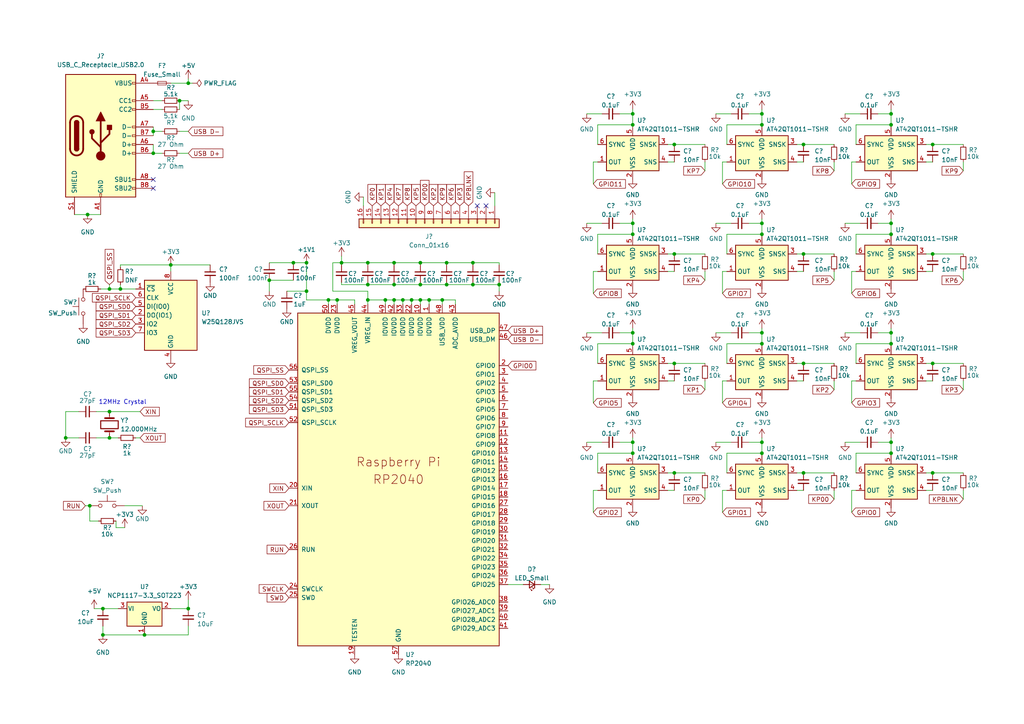
<source format=kicad_sch>
(kicad_sch (version 20230121) (generator eeschema)
  (paper "A4")
  (junction (at 99.06 76.2))
  (junction (at 19.05 127))
  (junction (at 106.68 82.55))
  (junction (at 258.445 99.695))
  (junction (at 233.045 105.41))
  (junction (at 54.61 24.13))
  (junction (at 220.98 96.52))
  (junction (at 31.75 127))
  (junction (at 116.84 86.995))
  (junction (at 258.445 96.52))
  (junction (at 49.53 76.835))
  (junction (at 183.515 36.195))
  (junction (at 114.3 86.995))
  (junction (at 183.515 67.945))
  (junction (at 121.92 82.55))
  (junction (at 31.75 119.38))
  (junction (at 270.51 105.41))
  (junction (at 258.445 131.445))
  (junction (at 44.45 38.1))
  (junction (at 97.79 86.995))
  (junction (at 183.515 33.02))
  (junction (at 29.845 176.53))
  (junction (at 26.035 146.685))
  (junction (at 41.91 184.15))
  (junction (at 220.98 128.27))
  (junction (at 195.58 41.91))
  (junction (at 114.3 76.2))
  (junction (at 111.76 86.995))
  (junction (at 183.515 64.77))
  (junction (at 258.445 33.02))
  (junction (at 129.54 76.2))
  (junction (at 183.515 99.695))
  (junction (at 195.58 105.41))
  (junction (at 270.51 137.16))
  (junction (at 258.445 64.77))
  (junction (at 114.3 82.55))
  (junction (at 137.16 82.55))
  (junction (at 34.925 83.82))
  (junction (at 137.16 76.2))
  (junction (at 220.98 131.445))
  (junction (at 195.58 73.66))
  (junction (at 129.54 82.55))
  (junction (at 270.51 41.91))
  (junction (at 121.92 86.995))
  (junction (at 88.9 84.455))
  (junction (at 220.98 99.695))
  (junction (at 128.27 86.995))
  (junction (at 119.38 86.995))
  (junction (at 25.4 62.23))
  (junction (at 233.045 137.16))
  (junction (at 195.58 137.16))
  (junction (at 121.92 76.2))
  (junction (at 220.98 36.195))
  (junction (at 106.68 76.2))
  (junction (at 52.07 29.21))
  (junction (at 106.68 86.995))
  (junction (at 270.51 73.66))
  (junction (at 233.045 41.91))
  (junction (at 183.515 128.27))
  (junction (at 44.45 44.45))
  (junction (at 183.515 131.445))
  (junction (at 85.09 76.2))
  (junction (at 54.61 176.53))
  (junction (at 29.845 184.15))
  (junction (at 78.105 81.28))
  (junction (at 88.9 76.2))
  (junction (at 258.445 36.195))
  (junction (at 220.98 33.02))
  (junction (at 31.75 83.82))
  (junction (at 220.98 64.77))
  (junction (at 144.78 82.55))
  (junction (at 233.045 73.66))
  (junction (at 124.46 86.995))
  (junction (at 220.98 67.945))
  (junction (at 258.445 67.945))
  (junction (at 183.515 96.52))
  (junction (at 258.445 128.27))
  (junction (at 95.25 86.995))
  (no_connect (at 140.97 59.69))
  (no_connect (at 44.45 52.07))
  (no_connect (at 138.43 59.69))
  (no_connect (at 44.45 54.61))
  (wire (pts (xy 27.305 176.53) (xy 29.845 176.53)))
  (wire (pts (xy 106.68 76.2) (xy 114.3 76.2)))
  (wire (pts (xy 279.4 110.49) (xy 279.4 113.03)))
  (wire (pts (xy 173.355 67.945) (xy 183.515 67.945)))
  (wire (pts (xy 183.515 36.195) (xy 183.515 36.83)))
  (wire (pts (xy 247.015 46.99) (xy 248.285 46.99)))
  (wire (pts (xy 170.18 64.77) (xy 174.625 64.77)))
  (wire (pts (xy 33.655 151.13) (xy 33.655 153.035)))
  (wire (pts (xy 34.925 76.835) (xy 49.53 76.835)))
  (wire (pts (xy 258.445 36.195) (xy 258.445 36.83)))
  (wire (pts (xy 183.515 64.77) (xy 183.515 67.945)))
  (wire (pts (xy 207.645 33.02) (xy 212.09 33.02)))
  (wire (pts (xy 54.61 173.99) (xy 54.61 176.53)))
  (wire (pts (xy 195.58 105.41) (xy 204.47 105.41)))
  (wire (pts (xy 49.53 176.53) (xy 54.61 176.53)))
  (wire (pts (xy 54.61 22.86) (xy 54.61 24.13)))
  (wire (pts (xy 209.55 85.09) (xy 209.55 78.74)))
  (wire (pts (xy 209.55 110.49) (xy 210.82 110.49)))
  (wire (pts (xy 105.41 57.15) (xy 105.41 59.69)))
  (wire (pts (xy 220.98 67.945) (xy 220.98 68.58)))
  (wire (pts (xy 95.25 86.995) (xy 97.79 86.995)))
  (wire (pts (xy 231.14 46.99) (xy 233.045 46.99)))
  (wire (pts (xy 29.845 184.15) (xy 41.91 184.15)))
  (wire (pts (xy 204.47 110.49) (xy 204.47 113.03)))
  (wire (pts (xy 129.54 76.2) (xy 137.16 76.2)))
  (wire (pts (xy 172.085 148.59) (xy 172.085 142.24)))
  (wire (pts (xy 183.515 131.445) (xy 183.515 132.08)))
  (wire (pts (xy 247.015 110.49) (xy 248.285 110.49)))
  (wire (pts (xy 220.98 95.25) (xy 220.98 96.52)))
  (wire (pts (xy 106.68 84.455) (xy 96.52 84.455)))
  (wire (pts (xy 99.06 74.295) (xy 99.06 76.2)))
  (wire (pts (xy 129.54 82.55) (xy 129.54 81.915)))
  (wire (pts (xy 99.06 76.2) (xy 99.06 76.835)))
  (wire (pts (xy 26.035 146.685) (xy 26.035 151.13)))
  (wire (pts (xy 96.52 84.455) (xy 96.52 76.2)))
  (wire (pts (xy 183.515 67.945) (xy 183.515 68.58)))
  (wire (pts (xy 245.11 64.77) (xy 249.555 64.77)))
  (wire (pts (xy 195.58 73.66) (xy 204.47 73.66)))
  (wire (pts (xy 248.285 67.945) (xy 258.445 67.945)))
  (wire (pts (xy 210.82 99.695) (xy 210.82 105.41)))
  (wire (pts (xy 247.015 116.84) (xy 247.015 110.49)))
  (wire (pts (xy 270.51 41.91) (xy 279.4 41.91)))
  (wire (pts (xy 106.68 86.995) (xy 111.76 86.995)))
  (wire (pts (xy 247.015 78.74) (xy 248.285 78.74)))
  (wire (pts (xy 88.9 86.995) (xy 95.25 86.995)))
  (wire (pts (xy 44.45 29.21) (xy 46.99 29.21)))
  (wire (pts (xy 268.605 110.49) (xy 270.51 110.49)))
  (wire (pts (xy 193.675 46.99) (xy 195.58 46.99)))
  (wire (pts (xy 245.11 128.27) (xy 249.555 128.27)))
  (wire (pts (xy 34.925 83.82) (xy 34.925 82.55)))
  (wire (pts (xy 268.605 73.66) (xy 270.51 73.66)))
  (wire (pts (xy 44.45 31.75) (xy 46.99 31.75)))
  (wire (pts (xy 34.925 77.47) (xy 34.925 76.835)))
  (wire (pts (xy 31.75 82.55) (xy 31.75 83.82)))
  (wire (pts (xy 54.61 24.13) (xy 55.88 24.13)))
  (wire (pts (xy 99.06 76.2) (xy 106.68 76.2)))
  (wire (pts (xy 97.79 86.995) (xy 102.87 86.995)))
  (wire (pts (xy 121.92 76.2) (xy 129.54 76.2)))
  (wire (pts (xy 137.16 82.55) (xy 144.78 82.55)))
  (wire (pts (xy 210.82 36.195) (xy 220.98 36.195)))
  (wire (pts (xy 204.47 46.99) (xy 204.47 49.53)))
  (wire (pts (xy 179.705 64.77) (xy 183.515 64.77)))
  (wire (pts (xy 88.9 86.995) (xy 88.9 84.455)))
  (wire (pts (xy 29.845 176.53) (xy 34.29 176.53)))
  (wire (pts (xy 217.17 33.02) (xy 220.98 33.02)))
  (wire (pts (xy 231.14 142.24) (xy 233.045 142.24)))
  (wire (pts (xy 49.53 24.13) (xy 54.61 24.13)))
  (wire (pts (xy 143.51 55.88) (xy 143.51 59.69)))
  (wire (pts (xy 210.82 67.945) (xy 210.82 73.66)))
  (wire (pts (xy 258.445 131.445) (xy 258.445 132.08)))
  (wire (pts (xy 207.645 128.27) (xy 212.09 128.27)))
  (wire (pts (xy 137.16 82.55) (xy 137.16 81.915)))
  (wire (pts (xy 29.21 83.82) (xy 31.75 83.82)))
  (wire (pts (xy 96.52 76.2) (xy 99.06 76.2)))
  (wire (pts (xy 39.37 83.82) (xy 34.925 83.82)))
  (wire (pts (xy 114.3 76.2) (xy 114.3 76.835)))
  (wire (pts (xy 258.445 96.52) (xy 258.445 99.695)))
  (wire (pts (xy 193.675 78.74) (xy 195.58 78.74)))
  (wire (pts (xy 210.82 131.445) (xy 210.82 137.16)))
  (wire (pts (xy 220.98 64.77) (xy 220.98 67.945)))
  (wire (pts (xy 247.015 53.34) (xy 247.015 46.99)))
  (wire (pts (xy 26.035 151.13) (xy 28.575 151.13)))
  (wire (pts (xy 248.285 99.695) (xy 248.285 105.41)))
  (wire (pts (xy 209.55 78.74) (xy 210.82 78.74)))
  (wire (pts (xy 173.355 67.945) (xy 173.355 73.66)))
  (wire (pts (xy 52.07 44.45) (xy 54.61 44.45)))
  (wire (pts (xy 258.445 31.75) (xy 258.445 33.02)))
  (wire (pts (xy 99.06 82.55) (xy 99.06 81.915)))
  (wire (pts (xy 245.11 96.52) (xy 249.555 96.52)))
  (wire (pts (xy 27.94 119.38) (xy 31.75 119.38)))
  (wire (pts (xy 137.16 76.2) (xy 144.78 76.2)))
  (wire (pts (xy 209.55 116.84) (xy 209.55 110.49)))
  (wire (pts (xy 124.46 86.995) (xy 128.27 86.995)))
  (wire (pts (xy 179.705 128.27) (xy 183.515 128.27)))
  (wire (pts (xy 114.3 82.55) (xy 114.3 81.915)))
  (wire (pts (xy 241.935 110.49) (xy 241.935 113.03)))
  (wire (pts (xy 209.55 46.99) (xy 210.82 46.99)))
  (wire (pts (xy 173.355 99.695) (xy 173.355 105.41)))
  (wire (pts (xy 183.515 127) (xy 183.515 128.27)))
  (wire (pts (xy 268.605 78.74) (xy 270.51 78.74)))
  (wire (pts (xy 25.4 62.23) (xy 29.21 62.23)))
  (wire (pts (xy 209.55 53.34) (xy 209.55 46.99)))
  (wire (pts (xy 231.14 78.74) (xy 233.045 78.74)))
  (wire (pts (xy 44.45 36.83) (xy 44.45 38.1)))
  (wire (pts (xy 147.32 169.545) (xy 151.765 169.545)))
  (wire (pts (xy 195.58 41.91) (xy 204.47 41.91)))
  (wire (pts (xy 128.27 86.995) (xy 128.27 88.265)))
  (wire (pts (xy 170.18 33.02) (xy 174.625 33.02)))
  (wire (pts (xy 258.445 95.25) (xy 258.445 96.52)))
  (wire (pts (xy 44.45 38.1) (xy 44.45 39.37)))
  (wire (pts (xy 172.085 116.84) (xy 172.085 110.49)))
  (wire (pts (xy 254.635 33.02) (xy 258.445 33.02)))
  (wire (pts (xy 119.38 86.995) (xy 121.92 86.995)))
  (wire (pts (xy 111.76 86.995) (xy 114.3 86.995)))
  (wire (pts (xy 268.605 142.24) (xy 270.51 142.24)))
  (wire (pts (xy 179.705 96.52) (xy 183.515 96.52)))
  (wire (pts (xy 193.675 73.66) (xy 195.58 73.66)))
  (wire (pts (xy 210.82 131.445) (xy 220.98 131.445)))
  (wire (pts (xy 24.765 146.685) (xy 26.035 146.685)))
  (wire (pts (xy 83.185 84.455) (xy 88.9 84.455)))
  (wire (pts (xy 114.3 86.995) (xy 116.84 86.995)))
  (wire (pts (xy 31.75 83.82) (xy 34.925 83.82)))
  (wire (pts (xy 129.54 82.55) (xy 137.16 82.55)))
  (wire (pts (xy 233.045 41.91) (xy 241.935 41.91)))
  (wire (pts (xy 247.015 85.09) (xy 247.015 78.74)))
  (wire (pts (xy 217.17 64.77) (xy 220.98 64.77)))
  (wire (pts (xy 121.92 76.2) (xy 121.92 76.835)))
  (wire (pts (xy 258.445 67.945) (xy 258.445 68.58)))
  (wire (pts (xy 36.195 146.685) (xy 41.275 146.685)))
  (wire (pts (xy 241.935 142.24) (xy 241.935 144.78)))
  (wire (pts (xy 183.515 99.695) (xy 183.515 100.33)))
  (wire (pts (xy 106.68 82.55) (xy 106.68 81.915)))
  (wire (pts (xy 156.845 169.545) (xy 159.385 169.545)))
  (wire (pts (xy 170.18 96.52) (xy 174.625 96.52)))
  (wire (pts (xy 172.085 142.24) (xy 173.355 142.24)))
  (wire (pts (xy 193.675 142.24) (xy 195.58 142.24)))
  (wire (pts (xy 44.45 38.1) (xy 46.99 38.1)))
  (wire (pts (xy 19.05 127) (xy 22.86 127)))
  (wire (pts (xy 132.08 86.995) (xy 132.08 88.265)))
  (wire (pts (xy 241.935 46.99) (xy 241.935 49.53)))
  (wire (pts (xy 231.14 110.49) (xy 233.045 110.49)))
  (wire (pts (xy 116.84 86.995) (xy 116.84 88.265)))
  (wire (pts (xy 220.98 31.75) (xy 220.98 33.02)))
  (wire (pts (xy 116.84 86.995) (xy 119.38 86.995)))
  (wire (pts (xy 97.79 86.995) (xy 97.79 88.265)))
  (wire (pts (xy 231.14 73.66) (xy 233.045 73.66)))
  (wire (pts (xy 183.515 128.27) (xy 183.515 131.445)))
  (wire (pts (xy 124.46 86.995) (xy 124.46 88.265)))
  (wire (pts (xy 268.605 137.16) (xy 270.51 137.16)))
  (wire (pts (xy 33.655 153.035) (xy 36.195 153.035)))
  (wire (pts (xy 247.015 148.59) (xy 247.015 142.24)))
  (wire (pts (xy 247.015 142.24) (xy 248.285 142.24)))
  (wire (pts (xy 258.445 63.5) (xy 258.445 64.77)))
  (wire (pts (xy 270.51 73.66) (xy 279.4 73.66)))
  (wire (pts (xy 258.445 64.77) (xy 258.445 67.945)))
  (wire (pts (xy 220.98 128.27) (xy 220.98 131.445)))
  (wire (pts (xy 52.07 38.1) (xy 54.61 38.1)))
  (wire (pts (xy 172.085 110.49) (xy 173.355 110.49)))
  (wire (pts (xy 183.515 96.52) (xy 183.515 99.695)))
  (wire (pts (xy 54.61 29.21) (xy 52.07 29.21)))
  (wire (pts (xy 233.045 105.41) (xy 241.935 105.41)))
  (wire (pts (xy 111.76 86.995) (xy 111.76 88.265)))
  (wire (pts (xy 258.445 99.695) (xy 258.445 100.33)))
  (wire (pts (xy 268.605 46.99) (xy 270.51 46.99)))
  (wire (pts (xy 220.98 33.02) (xy 220.98 36.195)))
  (wire (pts (xy 41.91 184.15) (xy 54.61 184.15)))
  (wire (pts (xy 258.445 33.02) (xy 258.445 36.195)))
  (wire (pts (xy 121.92 82.55) (xy 129.54 82.55)))
  (wire (pts (xy 19.05 127) (xy 19.05 119.38)))
  (wire (pts (xy 279.4 46.99) (xy 279.4 49.53)))
  (wire (pts (xy 31.75 119.38) (xy 40.64 119.38)))
  (wire (pts (xy 193.675 105.41) (xy 195.58 105.41)))
  (wire (pts (xy 207.645 96.52) (xy 212.09 96.52)))
  (wire (pts (xy 217.17 96.52) (xy 220.98 96.52)))
  (wire (pts (xy 254.635 128.27) (xy 258.445 128.27)))
  (wire (pts (xy 248.285 36.195) (xy 248.285 41.91)))
  (wire (pts (xy 129.54 76.2) (xy 129.54 76.835)))
  (wire (pts (xy 241.935 78.74) (xy 241.935 81.28)))
  (wire (pts (xy 88.9 76.2) (xy 88.9 84.455)))
  (wire (pts (xy 231.14 137.16) (xy 233.045 137.16)))
  (wire (pts (xy 210.82 99.695) (xy 220.98 99.695)))
  (wire (pts (xy 121.92 86.995) (xy 121.92 88.265)))
  (wire (pts (xy 31.75 127) (xy 34.29 127)))
  (wire (pts (xy 114.3 76.2) (xy 121.92 76.2)))
  (wire (pts (xy 173.355 99.695) (xy 183.515 99.695)))
  (wire (pts (xy 183.515 63.5) (xy 183.515 64.77)))
  (wire (pts (xy 248.285 99.695) (xy 258.445 99.695)))
  (wire (pts (xy 172.085 53.34) (xy 172.085 46.99)))
  (wire (pts (xy 99.06 82.55) (xy 106.68 82.55)))
  (wire (pts (xy 258.445 127) (xy 258.445 128.27)))
  (wire (pts (xy 193.675 41.91) (xy 195.58 41.91)))
  (wire (pts (xy 183.515 31.75) (xy 183.515 33.02)))
  (wire (pts (xy 209.55 148.59) (xy 209.55 142.24)))
  (wire (pts (xy 85.09 76.2) (xy 88.9 76.2)))
  (wire (pts (xy 193.675 110.49) (xy 195.58 110.49)))
  (wire (pts (xy 44.45 44.45) (xy 46.99 44.45)))
  (wire (pts (xy 114.3 86.995) (xy 114.3 88.265)))
  (wire (pts (xy 220.98 131.445) (xy 220.98 132.08)))
  (wire (pts (xy 106.68 82.55) (xy 114.3 82.55)))
  (wire (pts (xy 173.355 36.195) (xy 173.355 41.91)))
  (wire (pts (xy 183.515 95.25) (xy 183.515 96.52)))
  (wire (pts (xy 173.355 36.195) (xy 183.515 36.195)))
  (wire (pts (xy 106.68 86.995) (xy 106.68 84.455)))
  (wire (pts (xy 44.45 41.91) (xy 44.45 44.45)))
  (wire (pts (xy 279.4 78.74) (xy 279.4 81.28)))
  (wire (pts (xy 121.92 82.55) (xy 121.92 81.915)))
  (wire (pts (xy 170.18 128.27) (xy 174.625 128.27)))
  (wire (pts (xy 233.045 73.66) (xy 241.935 73.66)))
  (wire (pts (xy 49.53 76.835) (xy 60.96 76.835)))
  (wire (pts (xy 173.355 131.445) (xy 173.355 137.16)))
  (wire (pts (xy 27.94 127) (xy 31.75 127)))
  (wire (pts (xy 217.17 128.27) (xy 220.98 128.27)))
  (wire (pts (xy 21.59 62.23) (xy 25.4 62.23)))
  (wire (pts (xy 144.78 82.55) (xy 144.78 84.455)))
  (wire (pts (xy 172.085 46.99) (xy 173.355 46.99)))
  (wire (pts (xy 121.92 86.995) (xy 124.46 86.995)))
  (wire (pts (xy 254.635 96.52) (xy 258.445 96.52)))
  (wire (pts (xy 220.98 96.52) (xy 220.98 99.695)))
  (wire (pts (xy 95.25 88.265) (xy 95.25 86.995)))
  (wire (pts (xy 54.61 184.15) (xy 54.61 181.61)))
  (wire (pts (xy 52.07 29.21) (xy 52.07 31.75)))
  (wire (pts (xy 231.14 105.41) (xy 233.045 105.41)))
  (wire (pts (xy 231.14 41.91) (xy 233.045 41.91)))
  (wire (pts (xy 254.635 64.77) (xy 258.445 64.77)))
  (wire (pts (xy 248.285 67.945) (xy 248.285 73.66)))
  (wire (pts (xy 248.285 131.445) (xy 248.285 137.16)))
  (wire (pts (xy 40.64 127) (xy 39.37 127)))
  (wire (pts (xy 258.445 128.27) (xy 258.445 131.445)))
  (wire (pts (xy 102.87 86.995) (xy 102.87 88.265)))
  (wire (pts (xy 49.53 76.835) (xy 49.53 78.74)))
  (wire (pts (xy 204.47 78.74) (xy 204.47 81.28)))
  (wire (pts (xy 179.705 33.02) (xy 183.515 33.02)))
  (wire (pts (xy 78.105 76.2) (xy 85.09 76.2)))
  (wire (pts (xy 137.16 76.2) (xy 137.16 76.835)))
  (wire (pts (xy 220.98 127) (xy 220.98 128.27)))
  (wire (pts (xy 270.51 105.41) (xy 279.4 105.41)))
  (wire (pts (xy 248.285 36.195) (xy 258.445 36.195)))
  (wire (pts (xy 144.78 82.55) (xy 144.78 81.915)))
  (wire (pts (xy 270.51 137.16) (xy 279.4 137.16)))
  (wire (pts (xy 195.58 137.16) (xy 204.47 137.16)))
  (wire (pts (xy 173.355 131.445) (xy 183.515 131.445)))
  (wire (pts (xy 183.515 33.02) (xy 183.515 36.195)))
  (wire (pts (xy 172.085 85.09) (xy 172.085 78.74)))
  (wire (pts (xy 220.98 63.5) (xy 220.98 64.77)))
  (wire (pts (xy 114.3 82.55) (xy 121.92 82.55)))
  (wire (pts (xy 78.105 81.28) (xy 78.105 84.455)))
  (wire (pts (xy 248.285 131.445) (xy 258.445 131.445)))
  (wire (pts (xy 207.645 64.77) (xy 212.09 64.77)))
  (wire (pts (xy 106.68 86.995) (xy 106.68 88.265)))
  (wire (pts (xy 119.38 86.995) (xy 119.38 88.265)))
  (wire (pts (xy 144.78 76.2) (xy 144.78 76.835)))
  (wire (pts (xy 78.105 81.28) (xy 85.09 81.28)))
  (wire (pts (xy 220.98 36.195) (xy 220.98 36.83)))
  (wire (pts (xy 193.675 137.16) (xy 195.58 137.16)))
  (wire (pts (xy 209.55 142.24) (xy 210.82 142.24)))
  (wire (pts (xy 29.845 181.61) (xy 29.845 184.15)))
  (wire (pts (xy 210.82 67.945) (xy 220.98 67.945)))
  (wire (pts (xy 210.82 36.195) (xy 210.82 41.91)))
  (wire (pts (xy 268.605 41.91) (xy 270.51 41.91)))
  (wire (pts (xy 220.98 99.695) (xy 220.98 100.33)))
  (wire (pts (xy 19.05 119.38) (xy 22.86 119.38)))
  (wire (pts (xy 245.11 33.02) (xy 249.555 33.02)))
  (wire (pts (xy 279.4 142.24) (xy 279.4 144.78)))
  (wire (pts (xy 106.68 76.2) (xy 106.68 76.835)))
  (wire (pts (xy 204.47 142.24) (xy 204.47 144.78)))
  (wire (pts (xy 268.605 105.41) (xy 270.51 105.41)))
  (wire (pts (xy 172.085 78.74) (xy 173.355 78.74)))
  (wire (pts (xy 128.27 86.995) (xy 132.08 86.995)))
  (wire (pts (xy 233.045 137.16) (xy 241.935 137.16)))
  (text "12MHz Crystal" (at 28.575 117.475 0) (effects (font (size 1.27 1.27)) (justify left bottom)))
  (global_label "GPIO0" (shape input) (at 147.32 106.045 0) (property "Intersheetrefs" "${INTERSHEET_REFS}" (effects hide)))
  (global_label "KPBLNK" (shape input) (at 135.89 59.69 90) (property "Intersheetrefs" "${INTERSHEET_REFS}" (effects hide)))
  (global_label "KP6" (shape input) (at 279.4 81.28 180) (property "Intersheetrefs" "${INTERSHEET_REFS}" (effects hide)))
  (global_label "GPIO6" (shape input) (at 247.015 85.09 0) (property "Intersheetrefs" "${INTERSHEET_REFS}" (effects hide)))
  (global_label "KP5" (shape input) (at 241.935 81.28 180) (property "Intersheetrefs" "${INTERSHEET_REFS}" (effects hide)))
  (global_label "GPIO0" (shape input) (at 247.015 148.59 0) (property "Intersheetrefs" "${INTERSHEET_REFS}" (effects hide)))
  (global_label "QSPI_SD2" (shape input) (at 39.37 93.98 180) (property "Intersheetrefs" "${INTERSHEET_REFS}" (effects hide)))
  (global_label "KP0" (shape input) (at 204.47 144.78 180) (property "Intersheetrefs" "${INTERSHEET_REFS}" (effects hide)))
  (global_label "XOUT" (shape input) (at 83.82 146.685 180) (property "Intersheetrefs" "${INTERSHEET_REFS}" (effects hide)))
  (global_label "QSPI_SD3" (shape input) (at 83.82 118.745 180) (property "Intersheetrefs" "${INTERSHEET_REFS}" (effects hide)))
  (global_label "USB D-" (shape input) (at 54.61 38.1 0) (property "Intersheetrefs" "${INTERSHEET_REFS}" (effects hide)))
  (global_label "SWD" (shape input) (at 83.82 173.355 180) (property "Intersheetrefs" "${INTERSHEET_REFS}" (effects hide)))
  (global_label "RUN" (shape input) (at 83.82 159.385 180) (property "Intersheetrefs" "${INTERSHEET_REFS}" (effects hide)))
  (global_label "RUN" (shape input) (at 24.765 146.685 180) (property "Intersheetrefs" "${INTERSHEET_REFS}" (effects hide)))
  (global_label "GPIO2" (shape input) (at 172.085 148.59 0) (property "Intersheetrefs" "${INTERSHEET_REFS}" (effects hide)))
  (global_label "KP00" (shape input) (at 123.19 59.69 90) (property "Intersheetrefs" "${INTERSHEET_REFS}" (effects hide)))
  (global_label "KP8" (shape input) (at 241.935 49.53 180) (property "Intersheetrefs" "${INTERSHEET_REFS}" (effects hide)))
  (global_label "KP6" (shape input) (at 130.81 59.69 90) (property "Intersheetrefs" "${INTERSHEET_REFS}" (effects hide)))
  (global_label "XIN" (shape input) (at 83.82 141.605 180) (property "Intersheetrefs" "${INTERSHEET_REFS}" (effects hide)))
  (global_label "KP1" (shape input) (at 204.47 113.03 180) (property "Intersheetrefs" "${INTERSHEET_REFS}" (effects hide)))
  (global_label "KP7" (shape input) (at 115.57 59.69 90) (property "Intersheetrefs" "${INTERSHEET_REFS}" (effects hide)))
  (global_label "QSPI_SCLK" (shape input) (at 83.82 122.555 180) (property "Intersheetrefs" "${INTERSHEET_REFS}" (effects hide)))
  (global_label "GPIO9" (shape input) (at 247.015 53.34 0) (property "Intersheetrefs" "${INTERSHEET_REFS}" (effects hide)))
  (global_label "KP0" (shape input) (at 107.95 59.69 90) (property "Intersheetrefs" "${INTERSHEET_REFS}" (effects hide)))
  (global_label "KP00" (shape input) (at 241.935 144.78 180) (property "Intersheetrefs" "${INTERSHEET_REFS}" (effects hide)))
  (global_label "KP3" (shape input) (at 279.4 113.03 180) (property "Intersheetrefs" "${INTERSHEET_REFS}" (effects hide)))
  (global_label "KP3" (shape input) (at 133.35 59.69 90) (property "Intersheetrefs" "${INTERSHEET_REFS}" (effects hide)))
  (global_label "XOUT" (shape input) (at 40.64 127 0) (property "Intersheetrefs" "${INTERSHEET_REFS}" (effects hide)))
  (global_label "GPIO7" (shape input) (at 209.55 85.09 0) (property "Intersheetrefs" "${INTERSHEET_REFS}" (effects hide)))
  (global_label "QSPI_SD0" (shape input) (at 39.37 88.9 180) (property "Intersheetrefs" "${INTERSHEET_REFS}" (effects hide)))
  (global_label "KP4" (shape input) (at 204.47 81.28 180) (property "Intersheetrefs" "${INTERSHEET_REFS}" (effects hide)))
  (global_label "GPIO1" (shape input) (at 209.55 148.59 0) (property "Intersheetrefs" "${INTERSHEET_REFS}" (effects hide)))
  (global_label "KP2" (shape input) (at 125.73 59.69 90) (property "Intersheetrefs" "${INTERSHEET_REFS}" (effects hide)))
  (global_label "KP9" (shape input) (at 128.27 59.69 90) (property "Intersheetrefs" "${INTERSHEET_REFS}" (effects hide)))
  (global_label "KP8" (shape input) (at 118.11 59.69 90) (property "Intersheetrefs" "${INTERSHEET_REFS}" (effects hide)))
  (global_label "GPIO4" (shape input) (at 209.55 116.84 0) (property "Intersheetrefs" "${INTERSHEET_REFS}" (effects hide)))
  (global_label "USB D+" (shape input) (at 54.61 44.45 0) (property "Intersheetrefs" "${INTERSHEET_REFS}" (effects hide)))
  (global_label "GPIO5" (shape input) (at 172.085 116.84 0) (property "Intersheetrefs" "${INTERSHEET_REFS}" (effects hide)))
  (global_label "QSPI_SS" (shape input) (at 31.75 82.55 90) (property "Intersheetrefs" "${INTERSHEET_REFS}" (effects hide)))
  (global_label "KP7" (shape input) (at 204.47 49.53 180) (property "Intersheetrefs" "${INTERSHEET_REFS}" (effects hide)))
  (global_label "USB D+" (shape input) (at 147.32 95.885 0) (property "Intersheetrefs" "${INTERSHEET_REFS}" (effects hide)))
  (global_label "GPIO11" (shape input) (at 172.085 53.34 0) (property "Intersheetrefs" "${INTERSHEET_REFS}" (effects hide)))
  (global_label "QSPI_SS" (shape input) (at 83.82 107.315 180) (property "Intersheetrefs" "${INTERSHEET_REFS}" (effects hide)))
  (global_label "QSPI_SD1" (shape input) (at 39.37 91.44 180) (property "Intersheetrefs" "${INTERSHEET_REFS}" (effects hide)))
  (global_label "KP9" (shape input) (at 279.4 49.53 180) (property "Intersheetrefs" "${INTERSHEET_REFS}" (effects hide)))
  (global_label "KP4" (shape input) (at 113.03 59.69 90) (property "Intersheetrefs" "${INTERSHEET_REFS}" (effects hide)))
  (global_label "GPIO10" (shape input) (at 209.55 53.34 0) (property "Intersheetrefs" "${INTERSHEET_REFS}" (effects hide)))
  (global_label "KP2" (shape input) (at 241.935 113.03 180) (property "Intersheetrefs" "${INTERSHEET_REFS}" (effects hide)))
  (global_label "GPIO3" (shape input) (at 247.015 116.84 0) (property "Intersheetrefs" "${INTERSHEET_REFS}" (effects hide)))
  (global_label "KPBLNK" (shape input) (at 279.4 144.78 180) (property "Intersheetrefs" "${INTERSHEET_REFS}" (effects hide)))
  (global_label "GPIO8" (shape input) (at 172.085 85.09 0) (property "Intersheetrefs" "${INTERSHEET_REFS}" (effects hide)))
  (global_label "QSPI_SCLK" (shape input) (at 39.37 86.36 180) (property "Intersheetrefs" "${INTERSHEET_REFS}" (effects hide)))
  (global_label "QSPI_SD3" (shape input) (at 39.37 96.52 180) (property "Intersheetrefs" "${INTERSHEET_REFS}" (effects hide)))
  (global_label "SWCLK" (shape input) (at 83.82 170.815 180) (property "Intersheetrefs" "${INTERSHEET_REFS}" (effects hide)))
  (global_label "QSPI_SD1" (shape input) (at 83.82 113.665 180) (property "Intersheetrefs" "${INTERSHEET_REFS}" (effects hide)))
  (global_label "KP5" (shape input) (at 120.65 59.69 90) (property "Intersheetrefs" "${INTERSHEET_REFS}" (effects hide)))
  (global_label "QSPI_SD0" (shape input) (at 83.82 111.125 180) (property "Intersheetrefs" "${INTERSHEET_REFS}" (effects hide)))
  (global_label "KP1" (shape input) (at 110.49 59.69 90) (property "Intersheetrefs" "${INTERSHEET_REFS}" (effects hide)))
  (global_label "XIN" (shape input) (at 40.64 119.38 0) (property "Intersheetrefs" "${INTERSHEET_REFS}" (effects hide)))
  (global_label "QSPI_SD2" (shape input) (at 83.82 116.205 180) (property "Intersheetrefs" "${INTERSHEET_REFS}" (effects hide)))
  (global_label "USB D-" (shape input) (at 147.32 98.425 0) (property "Intersheetrefs" "${INTERSHEET_REFS}" (effects hide)))
  (symbol (lib_id "Device:C_Small") (at 177.165 128.27 90) (unit 1)
    (property "Reference" "C?" (at 177.1713 123.19 90))
    (property "Value" "0.1uF" (at 177.1713 125.73 90))
  )
  (symbol (lib_name "GND_4") (lib_id "power:GND") (at 220.98 83.82 0) (unit 1)
    (property "Reference" "#PWR042" (effects hide))
    (property "Value" "GND" (at 220.98 88.265 0))
  )
  (symbol (lib_id "Device:R_Small") (at 34.925 80.01 0) (unit 1)
    (property "Reference" "R?" (at 36.195 78.74 0) (effects (justify left)))
    (property "Value" "DNF" (at 36.195 81.28 0) (effects (justify left)))
    (property "Footprint" "Resistor_SMD:R_0402_1005Metric_Pad0.72x0.64mm_HandSolder" (effects hide))
  )
  (symbol (lib_id "Sensor_Touch:AT42QT1011-TSHR") (at 220.98 139.7 0) (unit 1)
    (property "Reference" "U?" (at 222.25 130.175 0) (effects (justify left)))
    (property "Value" "AT42QT1011-TSHR" (at 222.25 132.715 0) (effects (justify left)))
    (property "Footprint" "Package_TO_SOT_SMD:SOT-23-6" (effects hide))
    (property "Datasheet" "http://ww1.microchip.com/downloads/en/DeviceDoc/40001947A.pdf" (effects hide))
  )
  (symbol (lib_id "power:+3V3") (at 220.98 95.25 0) (unit 1)
    (property "Reference" "#PWR032" (effects hide))
    (property "Value" "+3V3" (at 220.98 90.805 0))
  )
  (symbol (lib_name "GND_4") (lib_id "power:GND") (at 220.98 115.57 0) (unit 1)
    (property "Reference" "#PWR033" (effects hide))
    (property "Value" "GND" (at 220.98 120.015 0))
  )
  (symbol (lib_name "GND_4") (lib_id "power:GND") (at 245.11 64.77 0) (unit 1)
    (property "Reference" "#PWR043" (effects hide))
    (property "Value" "GND" (at 245.11 69.215 0))
  )
  (symbol (lib_id "Device:R_Small") (at 204.47 76.2 0) (unit 1)
    (property "Reference" "R?" (at 207.3275 75.2475 0))
    (property "Value" "10k" (at 207.3275 77.1525 0))
  )
  (symbol (lib_name "GND_4") (lib_id "power:GND") (at 183.515 115.57 0) (unit 1)
    (property "Reference" "#PWR030" (effects hide))
    (property "Value" "GND" (at 183.515 120.015 0))
  )
  (symbol (lib_id "Device:R_Small") (at 49.53 38.1 90) (unit 1)
    (property "Reference" "R?" (at 49.53 40.005 90))
    (property "Value" "27 Ohm" (at 49.53 41.91 90))
  )
  (symbol (lib_id "Device:C_Small") (at 78.105 78.74 0) (unit 1)
    (property "Reference" "C?" (at 73.66 78.105 0) (effects (justify left)))
    (property "Value" "100nF" (at 71.755 80.645 0) (effects (justify left)))
  )
  (symbol (lib_id "Device:C_Small") (at 270.51 76.2 0) (unit 1)
    (property "Reference" "C?" (at 273.05 75.5713 0) (effects (justify left)))
    (property "Value" "10nF" (at 273.05 78.1113 0) (effects (justify left)))
  )
  (symbol (lib_id "MCU_RaspberryPi_RP2040:RP2040") (at 115.57 139.065 0) (unit 1)
    (property "Reference" "U?" (at 117.5894 189.865 0) (effects (justify left)))
    (property "Value" "RP2040" (at 117.5894 192.405 0) (effects (justify left)))
    (property "Footprint" "RP2040_minimal:RP2040-QFN-56" (effects hide))
  )
  (symbol (lib_id "Device:C_Small") (at 195.58 107.95 0) (unit 1)
    (property "Reference" "C?" (at 198.12 107.3213 0) (effects (justify left)))
    (property "Value" "10nF" (at 198.12 109.8613 0) (effects (justify left)))
  )
  (symbol (lib_id "power:+3V3") (at 183.515 95.25 0) (unit 1)
    (property "Reference" "#PWR029" (effects hide))
    (property "Value" "+3V3" (at 183.515 90.805 0))
  )
  (symbol (lib_id "Device:C_Small") (at 195.58 139.7 0) (unit 1)
    (property "Reference" "C?" (at 198.12 139.0713 0) (effects (justify left)))
    (property "Value" "10nF" (at 198.12 141.6113 0) (effects (justify left)))
  )
  (symbol (lib_name "GND_4") (lib_id "power:GND") (at 207.645 64.77 0) (unit 1)
    (property "Reference" "#PWR040" (effects hide))
    (property "Value" "GND" (at 207.645 69.215 0))
  )
  (symbol (lib_name "GND_4") (lib_id "power:GND") (at 245.11 33.02 0) (unit 1)
    (property "Reference" "#PWR052" (effects hide))
    (property "Value" "GND" (at 245.11 37.465 0))
  )
  (symbol (lib_id "power:+3V3") (at 258.445 95.25 0) (unit 1)
    (property "Reference" "#PWR035" (effects hide))
    (property "Value" "+3V3" (at 258.445 90.805 0))
  )
  (symbol (lib_id "Device:C_Small") (at 83.185 86.995 0) (unit 1)
    (property "Reference" "C?" (at 85.09 85.725 0) (effects (justify left)))
    (property "Value" "1uF" (at 85.09 88.265 0) (effects (justify left)))
  )
  (symbol (lib_id "power:+5V") (at 54.61 22.86 0) (unit 1)
    (property "Reference" "#PWR0102" (effects hide))
    (property "Value" "+5V" (at 54.61 19.05 0))
  )
  (symbol (lib_name "GND_4") (lib_id "power:GND") (at 245.11 128.27 0) (unit 1)
    (property "Reference" "#PWR021" (effects hide))
    (property "Value" "GND" (at 245.11 132.715 0))
  )
  (symbol (lib_id "Device:C_Small") (at 114.3 79.375 0) (unit 1)
    (property "Reference" "C?" (at 116.205 79.375 0) (effects (justify left)))
    (property "Value" "100nF" (at 114.935 81.28 0) (effects (justify left)))
  )
  (symbol (lib_id "Device:C_Small") (at 233.045 44.45 0) (unit 1)
    (property "Reference" "C?" (at 236.22 43.8213 0) (effects (justify left)))
    (property "Value" "10nF" (at 236.22 46.3613 0) (effects (justify left)))
  )
  (symbol (lib_id "power:+3V3") (at 36.195 153.035 0) (unit 1)
    (property "Reference" "#PWR011" (effects hide))
    (property "Value" "+3V3" (at 36.195 149.225 0))
  )
  (symbol (lib_id "Device:C_Small") (at 25.4 119.38 90) (unit 1)
    (property "Reference" "C?" (at 25.4 114.3 90))
    (property "Value" "27pF" (at 25.4 116.205 90))
    (property "Footprint" "Capacitor_SMD:C_0402_1005Metric_Pad0.74x0.62mm_HandSolder" (effects hide))
    (property "LCSC" "C1557" (effects hide))
  )
  (symbol (lib_name "GND_4") (lib_id "power:GND") (at 183.515 147.32 0) (unit 1)
    (property "Reference" "#PWR027" (effects hide))
    (property "Value" "GND" (at 183.515 151.765 0))
  )
  (symbol (lib_id "Device:C_Small") (at 270.51 139.7 0) (unit 1)
    (property "Reference" "C?" (at 273.05 139.0713 0) (effects (justify left)))
    (property "Value" "10nF" (at 273.05 141.6113 0) (effects (justify left)))
  )
  (symbol (lib_name "GND_3") (lib_id "power:GND") (at 143.51 55.88 270) (unit 1)
    (property "Reference" "#PWR017" (effects hide))
    (property "Value" "GND" (at 139.065 55.88 0))
  )
  (symbol (lib_id "Device:C_Small") (at 252.095 33.02 90) (unit 1)
    (property "Reference" "C?" (at 252.1013 27.94 90))
    (property "Value" "0.1uF" (at 252.1013 30.48 90))
  )
  (symbol (lib_id "power:+3V3") (at 49.53 76.835 0) (unit 1)
    (property "Reference" "#PWR04" (effects hide))
    (property "Value" "+3V3" (at 49.53 73.025 0))
  )
  (symbol (lib_id "Device:R_Small") (at 49.53 44.45 90) (unit 1)
    (property "Reference" "R?" (at 49.53 46.355 90))
    (property "Value" "27 Ohm" (at 49.53 48.26 90))
  )
  (symbol (lib_id "Device:C_Small") (at 177.165 33.02 90) (unit 1)
    (property "Reference" "C?" (at 177.1713 27.94 90))
    (property "Value" "0.1uF" (at 177.1713 30.48 90))
  )
  (symbol (lib_id "power:+3V3") (at 99.06 74.295 0) (unit 1)
    (property "Reference" "#PWR02" (effects hide))
    (property "Value" "+3V3" (at 99.06 70.485 0))
  )
  (symbol (lib_id "Device:R_Small") (at 36.83 127 90) (unit 1)
    (property "Reference" "R?" (at 36.83 129.54 90))
    (property "Value" "1k" (at 36.83 131.445 90))
    (property "Footprint" "Resistor_SMD:R_0402_1005Metric_Pad0.72x0.64mm_HandSolder" (effects hide))
    (property "LCSC" "C106235" (effects hide))
  )
  (symbol (lib_id "power:GND") (at 29.845 184.15 0) (unit 1)
    (property "Reference" "#PWR014" (effects hide))
    (property "Value" "GND" (at 29.845 189.23 0))
  )
  (symbol (lib_name "+1V1_1") (lib_id "power:+1V1") (at 88.9 76.2 0) (unit 1)
    (property "Reference" "#PWR016" (effects hide))
    (property "Value" "+1V1" (at 88.9 72.39 0))
  )
  (symbol (lib_id "Switch:SW_Push") (at 31.115 146.685 0) (unit 1)
    (property "Reference" "SW?" (at 31.115 139.7 0))
    (property "Value" "SW_Push" (at 31.115 142.24 0))
    (property "Footprint" "Button_Switch_THT:SW_PUSH_6mm" (effects hide))
  )
  (symbol (lib_name "GND_4") (lib_id "power:GND") (at 170.18 96.52 0) (unit 1)
    (property "Reference" "#PWR028" (effects hide))
    (property "Value" "GND" (at 170.18 100.965 0))
  )
  (symbol (lib_id "Device:C_Small") (at 25.4 127 90) (unit 1)
    (property "Reference" "C?" (at 25.4 130.175 90))
    (property "Value" "27pF" (at 25.4 132.08 90))
    (property "Footprint" "Capacitor_SMD:C_0402_1005Metric_Pad0.74x0.62mm_HandSolder" (effects hide))
    (property "LCSC" "C1557" (effects hide))
  )
  (symbol (lib_name "GND_4") (lib_id "power:GND") (at 207.645 33.02 0) (unit 1)
    (property "Reference" "#PWR049" (effects hide))
    (property "Value" "GND" (at 207.645 37.465 0))
  )
  (symbol (lib_id "Sensor_Touch:AT42QT1011-TSHR") (at 220.98 76.2 0) (unit 1)
    (property "Reference" "U?" (at 222.25 66.675 0) (effects (justify left)))
    (property "Value" "AT42QT1011-TSHR" (at 222.25 69.215 0) (effects (justify left)))
    (property "Footprint" "Package_TO_SOT_SMD:SOT-23-6" (effects hide))
    (property "Datasheet" "http://ww1.microchip.com/downloads/en/DeviceDoc/40001947A.pdf" (effects hide))
  )
  (symbol (lib_id "Sensor_Touch:AT42QT1011-TSHR") (at 183.515 44.45 0) (unit 1)
    (property "Reference" "U?" (at 184.785 34.925 0) (effects (justify left)))
    (property "Value" "AT42QT1011-TSHR" (at 184.785 37.465 0) (effects (justify left)))
    (property "Footprint" "Package_TO_SOT_SMD:SOT-23-6" (effects hide))
    (property "Datasheet" "http://ww1.microchip.com/downloads/en/DeviceDoc/40001947A.pdf" (effects hide))
  )
  (symbol (lib_id "power:+3V3") (at 258.445 31.75 0) (unit 1)
    (property "Reference" "#PWR053" (effects hide))
    (property "Value" "+3V3" (at 258.445 27.305 0))
  )
  (symbol (lib_id "Device:R_Small") (at 241.935 44.45 0) (unit 1)
    (property "Reference" "R?" (at 244.7925 43.4975 0))
    (property "Value" "10k" (at 244.7925 45.4025 0))
  )
  (symbol (lib_id "Device:R_Small") (at 241.935 139.7 0) (unit 1)
    (property "Reference" "R?" (at 244.7925 138.7475 0))
    (property "Value" "10k" (at 244.7925 140.6525 0))
  )
  (symbol (lib_id "Device:R_Small") (at 204.47 107.95 0) (unit 1)
    (property "Reference" "R?" (at 207.3275 106.9975 0))
    (property "Value" "10k" (at 207.3275 108.9025 0))
  )
  (symbol (lib_name "GND_4") (lib_id "power:GND") (at 258.445 147.32 0) (unit 1)
    (property "Reference" "#PWR019" (effects hide))
    (property "Value" "GND" (at 258.445 151.765 0))
  )
  (symbol (lib_id "Device:R_Small") (at 279.4 107.95 0) (unit 1)
    (property "Reference" "R?" (at 282.2575 106.9975 0))
    (property "Value" "10k" (at 282.2575 108.9025 0))
  )
  (symbol (lib_id "power:GND") (at 54.61 29.21 0) (unit 1)
    (property "Reference" "#PWR0101" (effects hide))
    (property "Value" "GND" (at 54.61 34.29 0))
  )
  (symbol (lib_id "Device:R_Small") (at 49.53 29.21 90) (unit 1)
    (property "Reference" "R?" (at 49.53 25.4 90))
    (property "Value" "5.1k" (at 49.53 27.305 90))
  )
  (symbol (lib_id "Device:C_Small") (at 270.51 107.95 0) (unit 1)
    (property "Reference" "C?" (at 273.05 107.3213 0) (effects (justify left)))
    (property "Value" "10nF" (at 273.05 109.8613 0) (effects (justify left)))
  )
  (symbol (lib_id "power:PWR_FLAG") (at 55.88 24.13 270) (unit 1)
    (property "Reference" "#FLG0101" (effects hide))
    (property "Value" "PWR_FLAG" (at 59.055 24.1299 90) (effects (justify left)))
  )
  (symbol (lib_id "power:+3V3") (at 183.515 127 0) (unit 1)
    (property "Reference" "#PWR026" (effects hide))
    (property "Value" "+3V3" (at 183.515 122.555 0))
  )
  (symbol (lib_id "Device:C_Small") (at 129.54 79.375 0) (unit 1)
    (property "Reference" "C?" (at 131.445 79.375 0) (effects (justify left)))
    (property "Value" "100nF" (at 130.175 81.28 0) (effects (justify left)))
  )
  (symbol (lib_name "GND_3") (lib_id "power:GND") (at 105.41 57.15 270) (unit 1)
    (property "Reference" "#PWR018" (effects hide))
    (property "Value" "GND" (at 100.965 57.15 0))
  )
  (symbol (lib_id "Device:C_Small") (at 121.92 79.375 0) (unit 1)
    (property "Reference" "C?" (at 123.825 79.375 0) (effects (justify left)))
    (property "Value" "100nF" (at 122.555 81.28 0) (effects (justify left)))
  )
  (symbol (lib_id "Connector:USB_C_Receptacle_USB2.0") (at 29.21 39.37 0) (unit 1)
    (property "Reference" "J?" (at 29.21 16.256 0))
    (property "Value" "USB_C_Receptacle_USB2.0" (at 29.21 18.796 0))
    (property "Datasheet" "https://www.usb.org/sites/default/files/documents/usb_type-c.zip" (effects hide))
  )
  (symbol (lib_id "power:+5V") (at 27.305 176.53 0) (unit 1)
    (property "Reference" "#PWR013" (effects hide))
    (property "Value" "+5V" (at 27.305 171.45 0))
  )
  (symbol (lib_id "Device:C_Small") (at 233.045 139.7 0) (unit 1)
    (property "Reference" "C?" (at 236.22 139.0713 0) (effects (justify left)))
    (property "Value" "10nF" (at 236.22 141.6113 0) (effects (justify left)))
  )
  (symbol (lib_name "GND_4") (lib_id "power:GND") (at 170.18 64.77 0) (unit 1)
    (property "Reference" "#PWR037" (effects hide))
    (property "Value" "GND" (at 170.18 69.215 0))
  )
  (symbol (lib_id "power:GND") (at 25.4 62.23 0) (unit 1)
    (property "Reference" "#PWR0103" (effects hide))
    (property "Value" "GND" (at 25.4 67.31 0))
  )
  (symbol (lib_id "Connector_Generic:Conn_01x16") (at 125.73 64.77 270) (unit 1)
    (property "Reference" "J?" (at 124.46 68.58 90))
    (property "Value" "Conn_01x16" (at 124.46 71.12 90))
  )
  (symbol (lib_id "Switch:SW_Push") (at 24.13 88.9 90) (unit 1)
    (property "Reference" "SW?" (at 18.415 87.63 90) (effects (justify right)))
    (property "Value" "SW_Push" (at 13.97 90.805 90) (effects (justify right)))
  )
  (symbol (lib_name "GND_4") (lib_id "power:GND") (at 258.445 52.07 0) (unit 1)
    (property "Reference" "#PWR054" (effects hide))
    (property "Value" "GND" (at 258.445 56.515 0))
  )
  (symbol (lib_id "power:GND") (at 102.87 189.865 0) (unit 1)
    (property "Reference" "#PWR010" (effects hide))
    (property "Value" "GND" (at 102.87 194.945 0))
  )
  (symbol (lib_id "power:+3V3") (at 258.445 63.5 0) (unit 1)
    (property "Reference" "#PWR044" (effects hide))
    (property "Value" "+3V3" (at 258.445 59.055 0))
  )
  (symbol (lib_id "Device:C_Small") (at 85.09 78.74 0) (unit 1)
    (property "Reference" "C?" (at 86.995 78.105 0) (effects (justify left)))
    (property "Value" "100nF" (at 85.725 80.645 0) (effects (justify left)))
  )
  (symbol (lib_id "power:+3V3") (at 54.61 173.99 0) (unit 1)
    (property "Reference" "#PWR015" (effects hide))
    (property "Value" "+3V3" (at 54.61 170.18 0))
  )
  (symbol (lib_id "Device:C_Small") (at 233.045 107.95 0) (unit 1)
    (property "Reference" "C?" (at 236.22 107.3213 0) (effects (justify left)))
    (property "Value" "10nF" (at 236.22 109.8613 0) (effects (justify left)))
  )
  (symbol (lib_name "GND_2") (lib_id "power:GND") (at 49.53 104.14 0) (unit 1)
    (property "Reference" "#PWR03" (effects hide))
    (property "Value" "GND" (at 49.53 109.22 0))
  )
  (symbol (lib_id "Device:C_Small") (at 214.63 64.77 90) (unit 1)
    (property "Reference" "C?" (at 214.6363 59.69 90))
    (property "Value" "0.1uF" (at 214.6363 62.23 90))
  )
  (symbol (lib_id "Device:R_Small") (at 31.115 151.13 270) (unit 1)
    (property "Reference" "R?" (at 31.115 153.035 90))
    (property "Value" "10k" (at 31.115 154.94 90))
    (property "Footprint" "Resistor_SMD:R_0402_1005Metric_Pad0.72x0.64mm_HandSolder" (effects hide))
    (property "LCSC" "C60490" (effects hide))
  )
  (symbol (lib_name "GND_4") (lib_id "power:GND") (at 207.645 96.52 0) (unit 1)
    (property "Reference" "#PWR031" (effects hide))
    (property "Value" "GND" (at 207.645 100.965 0))
  )
  (symbol (lib_id "Device:C_Small") (at 106.68 79.375 0) (unit 1)
    (property "Reference" "C?" (at 108.585 79.375 0) (effects (justify left)))
    (property "Value" "100nF" (at 107.315 81.28 0) (effects (justify left)))
  )
  (symbol (lib_name "GND_4") (lib_id "power:GND") (at 170.18 128.27 0) (unit 1)
    (property "Reference" "#PWR025" (effects hide))
    (property "Value" "GND" (at 170.18 132.715 0))
  )
  (symbol (lib_name "GND_4") (lib_id "power:GND") (at 183.515 83.82 0) (unit 1)
    (property "Reference" "#PWR039" (effects hide))
    (property "Value" "GND" (at 183.515 88.265 0))
  )
  (symbol (lib_id "Device:C_Small") (at 144.78 79.375 0) (unit 1)
    (property "Reference" "C?" (at 146.685 79.375 0) (effects (justify left)))
    (property "Value" "100nF" (at 145.415 81.28 0) (effects (justify left)))
  )
  (symbol (lib_id "power:GND") (at 115.57 189.865 0) (unit 1)
    (property "Reference" "#PWR09" (effects hide))
    (property "Value" "GND" (at 115.57 194.945 0))
  )
  (symbol (lib_id "Device:R_Small") (at 204.47 44.45 0) (unit 1)
    (property "Reference" "R?" (at 207.3275 43.4975 0))
    (property "Value" "10k" (at 207.3275 45.4025 0))
  )
  (symbol (lib_id "Device:R_Small") (at 26.67 83.82 90) (unit 1)
    (property "Reference" "R?" (at 26.67 80.01 90))
    (property "Value" "1k" (at 26.67 81.915 90))
    (property "Footprint" "Resistor_SMD:R_0402_1005Metric_Pad0.72x0.64mm_HandSolder" (effects hide))
    (property "LCSC" "C106235" (effects hide))
  )
  (symbol (lib_name "GND_4") (lib_id "power:GND") (at 220.98 52.07 0) (unit 1)
    (property "Reference" "#PWR051" (effects hide))
    (property "Value" "GND" (at 220.98 56.515 0))
  )
  (symbol (lib_id "power:GND") (at 83.185 89.535 0) (unit 1)
    (property "Reference" "#PWR0105" (effects hide))
    (property "Value" "GND" (at 83.185 93.345 0))
  )
  (symbol (lib_id "Device:R_Small") (at 204.47 139.7 0) (unit 1)
    (property "Reference" "R?" (at 207.3275 138.7475 0))
    (property "Value" "10k" (at 207.3275 140.6525 0))
  )
  (symbol (lib_id "Device:C_Small") (at 60.96 79.375 0) (unit 1)
    (property "Reference" "C?" (at 63.5 78.105 0) (effects (justify left)))
    (property "Value" "100nF" (at 63.5 80.645 0) (effects (justify left)))
    (property "Footprint" "Capacitor_SMD:C_0402_1005Metric_Pad0.74x0.62mm_HandSolder" (effects hide))
    (property "LCSC" "C1525" (effects hide))
  )
  (symbol (lib_id "Sensor_Touch:AT42QT1011-TSHR") (at 183.515 76.2 0) (unit 1)
    (property "Reference" "U?" (at 184.785 66.675 0) (effects (justify left)))
    (property "Value" "AT42QT1011-TSHR" (at 184.785 69.215 0) (effects (justify left)))
    (property "Footprint" "Package_TO_SOT_SMD:SOT-23-6" (effects hide))
    (property "Datasheet" "http://ww1.microchip.com/downloads/en/DeviceDoc/40001947A.pdf" (effects hide))
  )
  (symbol (lib_id "Device:C_Small") (at 195.58 44.45 0) (unit 1)
    (property "Reference" "C?" (at 198.12 43.8213 0) (effects (justify left)))
    (property "Value" "10nF" (at 198.12 46.3613 0) (effects (justify left)))
  )
  (symbol (lib_id "Device:C_Small") (at 177.165 96.52 90) (unit 1)
    (property "Reference" "C?" (at 177.1713 91.44 90))
    (property "Value" "0.1uF" (at 177.1713 93.98 90))
  )
  (symbol (lib_id "Device:R_Small") (at 279.4 76.2 0) (unit 1)
    (property "Reference" "R?" (at 282.2575 75.2475 0))
    (property "Value" "10k" (at 282.2575 77.1525 0))
  )
  (symbol (lib_id "Device:C_Small") (at 214.63 96.52 90) (unit 1)
    (property "Reference" "C?" (at 214.6363 91.44 90))
    (property "Value" "0.1uF" (at 214.6363 93.98 90))
  )
  (symbol (lib_id "power:+3V3") (at 183.515 31.75 0) (unit 1)
    (property "Reference" "#PWR047" (effects hide))
    (property "Value" "+3V3" (at 183.515 27.305 0))
  )
  (symbol (lib_id "Device:C_Small") (at 54.61 179.07 0) (unit 1)
    (property "Reference" "C?" (at 57.15 178.4413 0) (effects (justify left)))
    (property "Value" "10uF" (at 57.15 180.9813 0) (effects (justify left)))
    (property "Footprint" "Capacitor_SMD:C_0402_1005Metric_Pad0.74x0.62mm_HandSolder" (effects hide))
    (property "LCSC" "C15525" (effects hide))
  )
  (symbol (lib_name "GND_4") (lib_id "power:GND") (at 220.98 147.32 0) (unit 1)
    (property "Reference" "#PWR024" (effects hide))
    (property "Value" "GND" (at 220.98 151.765 0))
  )
  (symbol (lib_id "Sensor_Touch:AT42QT1011-TSHR") (at 183.515 139.7 0) (unit 1)
    (property "Reference" "U?" (at 184.785 130.175 0) (effects (justify left)))
    (property "Value" "AT42QT1011-TSHR" (at 184.785 132.715 0) (effects (justify left)))
    (property "Footprint" "Package_TO_SOT_SMD:SOT-23-6" (effects hide))
    (property "Datasheet" "http://ww1.microchip.com/downloads/en/DeviceDoc/40001947A.pdf" (effects hide))
  )
  (symbol (lib_name "GND_4") (lib_id "power:GND") (at 258.445 83.82 0) (unit 1)
    (property "Reference" "#PWR045" (effects hide))
    (property "Value" "GND" (at 258.445 88.265 0))
  )
  (symbol (lib_name "GND_2") (lib_id "power:GND") (at 24.13 93.98 0) (unit 1)
    (property "Reference" "#PWR06" (effects hide))
    (property "Value" "GND" (at 24.13 99.06 0))
  )
  (symbol (lib_id "Device:Crystal") (at 31.75 123.19 90) (unit 1)
    (property "Reference" "Y?" (at 34.925 121.92 90) (effects (justify right)))
    (property "Value" "12.000MHz" (at 34.925 124.46 90) (effects (justify right)))
    (property "Footprint" "Crystal:Crystal_HC49-4H_Vertical" (effects hide))
  )
  (symbol (lib_id "Device:C_Small") (at 214.63 33.02 90) (unit 1)
    (property "Reference" "C?" (at 214.6363 27.94 90))
    (property "Value" "0.1uF" (at 214.6363 30.48 90))
  )
  (symbol (lib_name "GND_4") (lib_id "power:GND") (at 245.11 96.52 0) (unit 1)
    (property "Reference" "#PWR034" (effects hide))
    (property "Value" "GND" (at 245.11 100.965 0))
  )
  (symbol (lib_id "power:+3V3") (at 258.445 127 0) (unit 1)
    (property "Reference" "#PWR020" (effects hide))
    (property "Value" "+3V3" (at 258.445 122.555 0))
  )
  (symbol (lib_id "Sensor_Touch:AT42QT1011-TSHR") (at 258.445 44.45 0) (unit 1)
    (property "Reference" "U?" (at 259.715 34.925 0) (effects (justify left)))
    (property "Value" "AT42QT1011-TSHR" (at 259.715 37.465 0) (effects (justify left)))
    (property "Footprint" "Package_TO_SOT_SMD:SOT-23-6" (effects hide))
    (property "Datasheet" "http://ww1.microchip.com/downloads/en/DeviceDoc/40001947A.pdf" (effects hide))
  )
  (symbol (lib_id "Device:C_Small") (at 137.16 79.375 0) (unit 1)
    (property "Reference" "C?" (at 139.065 79.375 0) (effects (justify left)))
    (property "Value" "100nF" (at 137.795 81.28 0) (effects (justify left)))
  )
  (symbol (lib_name "GND_4") (lib_id "power:GND") (at 170.18 33.02 0) (unit 1)
    (property "Reference" "#PWR046" (effects hide))
    (property "Value" "GND" (at 170.18 37.465 0))
  )
  (symbol (lib_id "Sensor_Touch:AT42QT1011-TSHR") (at 258.445 76.2 0) (unit 1)
    (property "Reference" "U?" (at 259.715 66.675 0) (effects (justify left)))
    (property "Value" "AT42QT1011-TSHR" (at 259.715 69.215 0) (effects (justify left)))
    (property "Footprint" "Package_TO_SOT_SMD:SOT-23-6" (effects hide))
    (property "Datasheet" "http://ww1.microchip.com/downloads/en/DeviceDoc/40001947A.pdf" (effects hide))
  )
  (symbol (lib_id "Device:R_Small") (at 241.935 76.2 0) (unit 1)
    (property "Reference" "R?" (at 244.7925 75.2475 0))
    (property "Value" "10k" (at 244.7925 77.1525 0))
  )
  (symbol (lib_id "power:GND") (at 19.05 127 0) (unit 1)
    (property "Reference" "#PWR07" (effects hide))
    (property "Value" "GND" (at 19.05 130.81 0))
  )
  (symbol (lib_name "GND_4") (lib_id "power:GND") (at 207.645 128.27 0) (unit 1)
    (property "Reference" "#PWR022" (effects hide))
    (property "Value" "GND" (at 207.645 132.715 0))
  )
  (symbol (lib_id "Sensor_Touch:AT42QT1011-TSHR") (at 220.98 107.95 0) (unit 1)
    (property "Reference" "U?" (at 222.25 98.425 0) (effects (justify left)))
    (property "Value" "AT42QT1011-TSHR" (at 222.25 100.965 0) (effects (justify left)))
    (property "Footprint" "Package_TO_SOT_SMD:SOT-23-6" (effects hide))
    (property "Datasheet" "http://ww1.microchip.com/downloads/en/DeviceDoc/40001947A.pdf" (effects hide))
  )
  (symbol (lib_name "GND_4") (lib_id "power:GND") (at 183.515 52.07 0) (unit 1)
    (property "Reference" "#PWR048" (effects hide))
    (property "Value" "GND" (at 183.515 56.515 0))
  )
  (symbol (lib_id "Sensor_Touch:AT42QT1011-TSHR") (at 220.98 44.45 0) (unit 1)
    (property "Reference" "U?" (at 222.25 34.925 0) (effects (justify left)))
    (property "Value" "AT42QT1011-TSHR" (at 222.25 37.465 0) (effects (justify left)))
    (property "Footprint" "Package_TO_SOT_SMD:SOT-23-6" (effects hide))
    (property "Datasheet" "http://ww1.microchip.com/downloads/en/DeviceDoc/40001947A.pdf" (effects hide))
  )
  (symbol (lib_id "Sensor_Touch:AT42QT1011-TSHR") (at 183.515 107.95 0) (unit 1)
    (property "Reference" "U?" (at 184.785 98.425 0) (effects (justify left)))
    (property "Value" "AT42QT1011-TSHR" (at 184.785 100.965 0) (effects (justify left)))
    (property "Footprint" "Package_TO_SOT_SMD:SOT-23-6" (effects hide))
    (property "Datasheet" "http://ww1.microchip.com/downloads/en/DeviceDoc/40001947A.pdf" (effects hide))
  )
  (symbol (lib_id "power:+3V3") (at 220.98 63.5 0) (unit 1)
    (property "Reference" "#PWR041" (effects hide))
    (property "Value" "+3V3" (at 220.98 59.055 0))
  )
  (symbol (lib_id "Device:Fuse_Small") (at 46.99 24.13 0) (unit 1)
    (property "Reference" "F?" (at 46.99 19.05 0))
    (property "Value" "Fuse_Small" (at 46.99 21.59 0))
  )
  (symbol (lib_id "Device:C_Small") (at 252.095 64.77 90) (unit 1)
    (property "Reference" "C?" (at 252.1013 59.69 90))
    (property "Value" "0.1uF" (at 252.1013 62.23 90))
  )
  (symbol (lib_id "Device:C_Small") (at 252.095 128.27 90) (unit 1)
    (property "Reference" "C?" (at 252.1013 122.555 90))
    (property "Value" "0.1uF" (at 252.1013 125.095 90))
  )
  (symbol (lib_id "power:+3V3") (at 220.98 31.75 0) (unit 1)
    (property "Reference" "#PWR050" (effects hide))
    (property "Value" "+3V3" (at 220.98 27.305 0))
  )
  (symbol (lib_id "power:GND") (at 78.105 84.455 0) (unit 1)
    (property "Reference" "#PWR0106" (effects hide))
    (property "Value" "GND" (at 78.105 88.265 0))
  )
  (symbol (lib_id "Device:C_Small") (at 29.845 179.07 0) (unit 1)
    (property "Reference" "C?" (at 23.495 177.8 0) (effects (justify left)))
    (property "Value" "10uF" (at 27.305 180.34 0) (effects (justify right)))
    (property "Footprint" "Capacitor_SMD:C_0402_1005Metric_Pad0.74x0.62mm_HandSolder" (effects hide))
    (property "LCSC" "C15525" (effects hide))
  )
  (symbol (lib_id "Device:R_Small") (at 279.4 139.7 0) (unit 1)
    (property "Reference" "R?" (at 282.2575 138.7475 0))
    (property "Value" "10k" (at 282.2575 140.6525 0))
  )
  (symbol (lib_id "power:GND") (at 60.96 81.915 0) (unit 1)
    (property "Reference" "#PWR05" (effects hide))
    (property "Value" "GND" (at 60.96 85.725 0))
  )
  (symbol (lib_id "Device:R_Small") (at 279.4 44.45 0) (unit 1)
    (property "Reference" "R?" (at 282.2575 43.4975 0))
    (property "Value" "10k" (at 282.2575 45.4025 0))
  )
  (symbol (lib_id "Device:C_Small") (at 252.095 96.52 90) (unit 1)
    (property "Reference" "C?" (at 252.1013 91.44 90))
    (property "Value" "0.1uF" (at 252.1013 93.98 90))
  )
  (symbol (lib_id "Device:C_Small") (at 195.58 76.2 0) (unit 1)
    (property "Reference" "C?" (at 198.12 75.5713 0) (effects (justify left)))
    (property "Value" "10nF" (at 198.12 78.1113 0) (effects (justify left)))
  )
  (symbol (lib_id "Device:C_Small") (at 214.63 128.27 90) (unit 1)
    (property "Reference" "C?" (at 214.6363 123.19 90))
    (property "Value" "0.1uF" (at 214.6363 125.73 90))
  )
  (symbol (lib_id "Sensor_Touch:AT42QT1011-TSHR") (at 258.445 107.95 0) (unit 1)
    (property "Reference" "U?" (at 259.715 98.425 0) (effects (justify left)))
    (property "Value" "AT42QT1011-TSHR" (at 259.715 100.965 0) (effects (justify left)))
    (property "Footprint" "Package_TO_SOT_SMD:SOT-23-6" (effects hide))
    (property "Datasheet" "http://ww1.microchip.com/downloads/en/DeviceDoc/40001947A.pdf" (effects hide))
  )
  (symbol (lib_id "power:GND") (at 159.385 169.545 0) (unit 1)
    (property "Reference" "#PWR08" (effects hide))
    (property "Value" "GND" (at 159.385 174.625 0))
  )
  (symbol (lib_name "GND_4") (lib_id "power:GND") (at 258.445 115.57 0) (unit 1)
    (property "Reference" "#PWR036" (effects hide))
    (property "Value" "GND" (at 258.445 120.015 0))
  )
  (symbol (lib_name "GND_1") (lib_id "power:GND") (at 144.78 84.455 0) (unit 1)
    (property "Reference" "#PWR01" (effects hide))
    (property "Value" "GND" (at 144.78 88.265 0))
  )
  (symbol (lib_id "power:GND") (at 41.275 146.685 0) (unit 1)
    (property "Reference" "#PWR012" (effects hide))
    (property "Value" "GND" (at 41.275 150.495 0))
  )
  (symbol (lib_id "Device:C_Small") (at 177.165 64.77 90) (unit 1)
    (property "Reference" "C?" (at 177.1713 59.69 90))
    (property "Value" "0.1uF" (at 177.1713 62.23 90))
  )
  (symbol (lib_id "Device:R_Small") (at 241.935 107.95 0) (unit 1)
    (property "Reference" "R?" (at 244.7925 106.9975 0))
    (property "Value" "10k" (at 244.7925 108.9025 0))
  )
  (symbol (lib_id "Sensor_Touch:AT42QT1011-TSHR") (at 258.445 139.7 0) (unit 1)
    (property "Reference" "U?" (at 259.715 130.175 0) (effects (justify left)))
    (property "Value" "AT42QT1011-TSHR" (at 259.715 132.715 0) (effects (justify left)))
    (property "Footprint" "Package_TO_SOT_SMD:SOT-23-6" (effects hide))
    (property "Datasheet" "http://ww1.microchip.com/downloads/en/DeviceDoc/40001947A.pdf" (effects hide))
  )
  (symbol (lib_id "Device:LED_Small") (at 154.305 169.545 180) (unit 1)
    (property "Reference" "D?" (at 154.2415 165.1 0))
    (property "Value" "LED_Small" (at 154.2415 167.64 0))
    (property "Footprint" "LED_SMD:LED_0805_2012Metric_Pad1.15x1.40mm_HandSolder" (effects hide))
  )
  (symbol (lib_id "Device:C_Small") (at 270.51 44.45 0) (unit 1)
    (property "Reference" "C?" (at 273.05 43.8213 0) (effects (justify left)))
    (property "Value" "10nF" (at 273.05 46.3613 0) (effects (justify left)))
  )
  (symbol (lib_id "Device:R_Small") (at 49.53 31.75 270) (unit 1)
    (property "Reference" "R?" (at 49.53 35.56 90))
    (property "Value" "5.1k" (at 49.53 33.655 90))
  )
  (symbol (lib_id "Memory_Flash:W25Q128JVS") (at 49.53 91.44 0) (unit 1)
    (property "Reference" "U?" (at 58.42 90.805 0) (effects (justify left)))
    (property "Value" "W25Q128JVS" (at 58.42 93.345 0) (effects (justify left)))
    (property "Footprint" "Package_SO:SOIC-8_5.23x5.23mm_P1.27mm" (effects hide))
    (property "Datasheet" "http://www.winbond.com/resource-files/w25q128jv_dtr%20revc%2003272018%20plus.pdf" (effects hide))
  )
  (symbol (lib_id "power:+3V3") (at 183.515 63.5 0) (unit 1)
    (property "Reference" "#PWR038" (effects hide))
    (property "Value" "+3V3" (at 183.515 59.055 0))
  )
  (symbol (lib_id "Device:C_Small") (at 233.045 76.2 0) (unit 1)
    (property "Reference" "C?" (at 236.22 75.5713 0) (effects (justify left)))
    (property "Value" "10nF" (at 236.22 78.1113 0) (effects (justify left)))
  )
  (symbol (lib_id "power:+3V3") (at 220.98 127 0) (unit 1)
    (property "Reference" "#PWR023" (effects hide))
    (property "Value" "+3V3" (at 220.98 122.555 0))
  )
  (symbol (lib_id "Device:C_Small") (at 99.06 79.375 0) (unit 1)
    (property "Reference" "C?" (at 100.965 79.375 0) (effects (justify left)))
    (property "Value" "100nF" (at 99.695 81.28 0) (effects (justify left)))
  )
  (symbol (lib_id "Regulator_Linear:NCP1117-3.3_SOT223") (at 41.91 176.53 0) (unit 1)
    (property "Reference" "U?" (at 41.91 170.18 0))
    (property "Value" "NCP1117-3.3_SOT223" (at 41.91 172.72 0))
    (property "Footprint" "Package_TO_SOT_SMD:SOT-223-3_TabPin2" (effects hide))
    (property "Datasheet" "http://www.onsemi.com/pub_link/Collateral/NCP1117-D.PDF" (effects hide))
    (property "LCSC" "C146799" (effects hide))
  )
)
</source>
